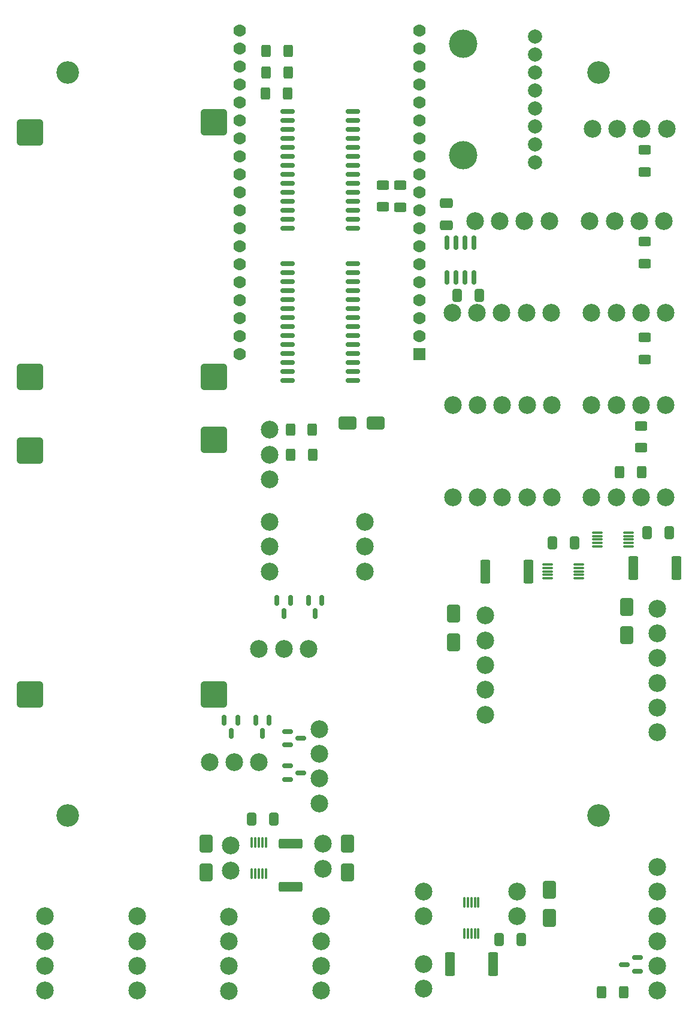
<source format=gbr>
%TF.GenerationSoftware,KiCad,Pcbnew,9.0.6*%
%TF.CreationDate,2025-12-26T11:02:51+01:00*%
%TF.ProjectId,MainBoard,4d61696e-426f-4617-9264-2e6b69636164,rev?*%
%TF.SameCoordinates,Original*%
%TF.FileFunction,Soldermask,Bot*%
%TF.FilePolarity,Negative*%
%FSLAX46Y46*%
G04 Gerber Fmt 4.6, Leading zero omitted, Abs format (unit mm)*
G04 Created by KiCad (PCBNEW 9.0.6) date 2025-12-26 11:02:51*
%MOMM*%
%LPD*%
G01*
G04 APERTURE LIST*
G04 Aperture macros list*
%AMRoundRect*
0 Rectangle with rounded corners*
0 $1 Rounding radius*
0 $2 $3 $4 $5 $6 $7 $8 $9 X,Y pos of 4 corners*
0 Add a 4 corners polygon primitive as box body*
4,1,4,$2,$3,$4,$5,$6,$7,$8,$9,$2,$3,0*
0 Add four circle primitives for the rounded corners*
1,1,$1+$1,$2,$3*
1,1,$1+$1,$4,$5*
1,1,$1+$1,$6,$7*
1,1,$1+$1,$8,$9*
0 Add four rect primitives between the rounded corners*
20,1,$1+$1,$2,$3,$4,$5,0*
20,1,$1+$1,$4,$5,$6,$7,0*
20,1,$1+$1,$6,$7,$8,$9,0*
20,1,$1+$1,$8,$9,$2,$3,0*%
G04 Aperture macros list end*
%ADD10RoundRect,0.250000X-0.400000X-0.625000X0.400000X-0.625000X0.400000X0.625000X-0.400000X0.625000X0*%
%ADD11RoundRect,0.150000X0.587500X0.150000X-0.587500X0.150000X-0.587500X-0.150000X0.587500X-0.150000X0*%
%ADD12C,2.500000*%
%ADD13C,3.200000*%
%ADD14C,4.000000*%
%ADD15C,2.000000*%
%ADD16RoundRect,0.102000X0.780000X0.780000X-0.780000X0.780000X-0.780000X-0.780000X0.780000X-0.780000X0*%
%ADD17C,1.764000*%
%ADD18RoundRect,0.570000X1.330000X-1.330000X1.330000X1.330000X-1.330000X1.330000X-1.330000X-1.330000X0*%
%ADD19RoundRect,0.150000X-0.150000X0.587500X-0.150000X-0.587500X0.150000X-0.587500X0.150000X0.587500X0*%
%ADD20RoundRect,0.250000X-0.625000X0.400000X-0.625000X-0.400000X0.625000X-0.400000X0.625000X0.400000X0*%
%ADD21RoundRect,0.250000X0.625000X-0.400000X0.625000X0.400000X-0.625000X0.400000X-0.625000X-0.400000X0*%
%ADD22RoundRect,0.250000X-0.650000X1.000000X-0.650000X-1.000000X0.650000X-1.000000X0.650000X1.000000X0*%
%ADD23RoundRect,0.249999X0.450001X1.425001X-0.450001X1.425001X-0.450001X-1.425001X0.450001X-1.425001X0*%
%ADD24RoundRect,0.250000X0.400000X0.625000X-0.400000X0.625000X-0.400000X-0.625000X0.400000X-0.625000X0*%
%ADD25RoundRect,0.150000X-0.587500X-0.150000X0.587500X-0.150000X0.587500X0.150000X-0.587500X0.150000X0*%
%ADD26RoundRect,0.250000X-0.412500X-0.650000X0.412500X-0.650000X0.412500X0.650000X-0.412500X0.650000X0*%
%ADD27RoundRect,0.075000X-0.075000X0.650000X-0.075000X-0.650000X0.075000X-0.650000X0.075000X0.650000X0*%
%ADD28RoundRect,0.249999X-1.425001X0.450001X-1.425001X-0.450001X1.425001X-0.450001X1.425001X0.450001X0*%
%ADD29RoundRect,0.250000X0.650000X-0.412500X0.650000X0.412500X-0.650000X0.412500X-0.650000X-0.412500X0*%
%ADD30RoundRect,0.150000X0.875000X0.150000X-0.875000X0.150000X-0.875000X-0.150000X0.875000X-0.150000X0*%
%ADD31RoundRect,0.075000X0.650000X0.075000X-0.650000X0.075000X-0.650000X-0.075000X0.650000X-0.075000X0*%
%ADD32RoundRect,0.250000X1.000000X0.650000X-1.000000X0.650000X-1.000000X-0.650000X1.000000X-0.650000X0*%
%ADD33RoundRect,0.250000X0.412500X0.650000X-0.412500X0.650000X-0.412500X-0.650000X0.412500X-0.650000X0*%
%ADD34RoundRect,0.075000X-0.650000X-0.075000X0.650000X-0.075000X0.650000X0.075000X-0.650000X0.075000X0*%
%ADD35RoundRect,0.249999X-0.450001X-1.425001X0.450001X-1.425001X0.450001X1.425001X-0.450001X1.425001X0*%
%ADD36RoundRect,0.150000X0.150000X-0.825000X0.150000X0.825000X-0.150000X0.825000X-0.150000X-0.825000X0*%
G04 APERTURE END LIST*
D10*
%TO.C,R17*%
X110400000Y-180000000D03*
X113500000Y-180000000D03*
%TD*%
D11*
%TO.C,Q12*%
X115500000Y-175100000D03*
X115500000Y-177000000D03*
X113625000Y-176050000D03*
%TD*%
D12*
%TO.C,J12*%
X62000000Y-131500000D03*
X65500000Y-131500000D03*
X69000000Y-131500000D03*
%TD*%
%TO.C,J16*%
X89300000Y-84000000D03*
X92800000Y-84000000D03*
X96300000Y-84000000D03*
X99800000Y-84000000D03*
X103300000Y-84000000D03*
%TD*%
%TO.C,J11*%
X55000000Y-147500000D03*
X58500000Y-147500000D03*
X62000000Y-147500000D03*
%TD*%
D13*
%TO.C,REF\u002A\u002A*%
X110000000Y-155000000D03*
%TD*%
D12*
%TO.C,J2*%
X57750000Y-179762500D03*
X57750000Y-176262500D03*
X57750000Y-172762500D03*
X57750000Y-169262500D03*
%TD*%
%TO.C,J3*%
X118250000Y-162250000D03*
X118250000Y-165750000D03*
X118250000Y-169250000D03*
X118250000Y-172750000D03*
X118250000Y-176250000D03*
X118250000Y-179750000D03*
%TD*%
D13*
%TO.C,REF\u002A\u002A*%
X35000000Y-50000000D03*
%TD*%
D12*
%TO.C,J25*%
X108750000Y-71000000D03*
X112250000Y-71000000D03*
X115750000Y-71000000D03*
X119250000Y-71000000D03*
%TD*%
%TO.C,J22*%
X63500000Y-107500000D03*
X63500000Y-104000000D03*
X63500000Y-100500000D03*
%TD*%
%TO.C,J24*%
X109100000Y-58000000D03*
X112600000Y-58000000D03*
X116100000Y-58000000D03*
X119600000Y-58000000D03*
%TD*%
%TO.C,J10*%
X58000000Y-162750000D03*
X58000000Y-159250000D03*
%TD*%
%TO.C,J17*%
X94000000Y-126750000D03*
X94000000Y-130250000D03*
X94000000Y-133750000D03*
X94000000Y-137250000D03*
X94000000Y-140750000D03*
%TD*%
%TO.C,J23*%
X89375000Y-110000000D03*
X92875000Y-110000000D03*
X96375000Y-110000000D03*
X99875000Y-110000000D03*
X103375000Y-110000000D03*
%TD*%
%TO.C,J7*%
X44750000Y-179750000D03*
X44750000Y-176250000D03*
X44750000Y-172750000D03*
X44750000Y-169250000D03*
%TD*%
%TO.C,J9*%
X71000000Y-162500000D03*
X71000000Y-159000000D03*
%TD*%
%TO.C,J13*%
X70500000Y-153262500D03*
X70500000Y-149762500D03*
X70500000Y-146262500D03*
X70500000Y-142762500D03*
%TD*%
%TO.C,J5*%
X98500000Y-169250000D03*
X98500000Y-165750000D03*
%TD*%
D13*
%TO.C,REF\u002A\u002A*%
X110000000Y-50000000D03*
%TD*%
D12*
%TO.C,J15*%
X92500000Y-71000000D03*
X96000000Y-71000000D03*
X99500000Y-71000000D03*
X103000000Y-71000000D03*
%TD*%
%TO.C,J27*%
X109000000Y-97000000D03*
X112500000Y-97000000D03*
X116000000Y-97000000D03*
X119500000Y-97000000D03*
%TD*%
%TO.C,J18*%
X118250000Y-125750000D03*
X118250000Y-129250000D03*
X118250000Y-132750000D03*
X118250000Y-136250000D03*
X118250000Y-139750000D03*
X118250000Y-143250000D03*
%TD*%
%TO.C,J19*%
X89375000Y-97000000D03*
X92875000Y-97000000D03*
X96375000Y-97000000D03*
X99875000Y-97000000D03*
X103375000Y-97000000D03*
%TD*%
%TO.C,J8*%
X31750000Y-179750000D03*
X31750000Y-176250000D03*
X31750000Y-172750000D03*
X31750000Y-169250000D03*
%TD*%
%TO.C,J1*%
X70750000Y-179750000D03*
X70750000Y-176250000D03*
X70750000Y-172750000D03*
X70750000Y-169250000D03*
%TD*%
%TO.C,J28*%
X109000000Y-110000000D03*
X112500000Y-110000000D03*
X116000000Y-110000000D03*
X119500000Y-110000000D03*
%TD*%
D14*
%TO.C,J20*%
X90856000Y-61734000D03*
X90856000Y-45986000D03*
D15*
X101016000Y-62750000D03*
X101016000Y-60210000D03*
X101016000Y-57670000D03*
X101016000Y-55130000D03*
X101016000Y-52590000D03*
X101016000Y-50050000D03*
X101016000Y-47510000D03*
X101016000Y-44970000D03*
%TD*%
D16*
%TO.C,U6*%
X84700000Y-89760000D03*
D17*
X84700000Y-87220000D03*
X84700000Y-84680000D03*
X84700000Y-82140000D03*
X84700000Y-79600000D03*
X84700000Y-77060000D03*
X84700000Y-74520000D03*
X84700000Y-71980000D03*
X84700000Y-69440000D03*
X84700000Y-66900000D03*
X84700000Y-64360000D03*
X84700000Y-61820000D03*
X84700000Y-59280000D03*
X84700000Y-56740000D03*
X84700000Y-54200000D03*
X84700000Y-51660000D03*
X84700000Y-49120000D03*
X84700000Y-46580000D03*
X84700000Y-44040000D03*
X59300000Y-89760000D03*
X59300000Y-87220000D03*
X59300000Y-84680000D03*
X59300000Y-82140000D03*
X59300000Y-79600000D03*
X59300000Y-77060000D03*
X59300000Y-74520000D03*
X59300000Y-71980000D03*
X59300000Y-69440000D03*
X59300000Y-66900000D03*
X59300000Y-64360000D03*
X59300000Y-61820000D03*
X59300000Y-59280000D03*
X59300000Y-56740000D03*
X59300000Y-54200000D03*
X59300000Y-51660000D03*
X59300000Y-49120000D03*
X59300000Y-46580000D03*
X59300000Y-44040000D03*
%TD*%
D12*
%TO.C,J6*%
X85250000Y-169250000D03*
X85250000Y-165750000D03*
%TD*%
%TO.C,J14*%
X63500000Y-120500000D03*
X63500000Y-117000000D03*
X63500000Y-113500000D03*
%TD*%
D18*
%TO.C,U4*%
X29650000Y-93000000D03*
X29650000Y-58500000D03*
X55650000Y-93000000D03*
X55650000Y-57000000D03*
%TD*%
%TO.C,U3*%
X29650000Y-137900000D03*
X29650000Y-103400000D03*
X55650000Y-137900000D03*
X55650000Y-101900000D03*
%TD*%
D13*
%TO.C,REF\u002A\u002A*%
X35000000Y-155000000D03*
%TD*%
D12*
%TO.C,J26*%
X109000000Y-84000000D03*
X112500000Y-84000000D03*
X116000000Y-84000000D03*
X119500000Y-84000000D03*
%TD*%
%TO.C,J21*%
X77000000Y-120500000D03*
X77000000Y-117000000D03*
X77000000Y-113500000D03*
%TD*%
%TO.C,J4*%
X85250000Y-179500000D03*
X85250000Y-176000000D03*
%TD*%
D19*
%TO.C,Q5*%
X61550000Y-141562500D03*
X63450000Y-141562500D03*
X62500000Y-143437500D03*
%TD*%
D20*
%TO.C,R6*%
X82000000Y-65950000D03*
X82000000Y-69050000D03*
%TD*%
D10*
%TO.C,R16*%
X112950000Y-106500000D03*
X116050000Y-106500000D03*
%TD*%
D21*
%TO.C,R12*%
X116500000Y-64050000D03*
X116500000Y-60950000D03*
%TD*%
D22*
%TO.C,D2*%
X74500000Y-159000000D03*
X74500000Y-163000000D03*
%TD*%
%TO.C,D3*%
X54500000Y-159000000D03*
X54500000Y-163000000D03*
%TD*%
%TO.C,D8*%
X89500000Y-126500000D03*
X89500000Y-130500000D03*
%TD*%
%TO.C,D1*%
X103000000Y-165500000D03*
X103000000Y-169500000D03*
%TD*%
D23*
%TO.C,R9*%
X121000000Y-120000000D03*
X114900000Y-120000000D03*
%TD*%
D24*
%TO.C,R5*%
X66000000Y-53000000D03*
X62900000Y-53000000D03*
%TD*%
D21*
%TO.C,R14*%
X116500000Y-90550000D03*
X116500000Y-87450000D03*
%TD*%
D25*
%TO.C,Q8*%
X66000000Y-149900000D03*
X66000000Y-148000000D03*
X67875000Y-148950000D03*
%TD*%
D26*
%TO.C,C2*%
X90000000Y-81500000D03*
X93125000Y-81500000D03*
%TD*%
D27*
%TO.C,U5*%
X61000000Y-158800000D03*
X61500000Y-158800000D03*
X62000000Y-158800000D03*
X62500000Y-158800000D03*
X63000000Y-158800000D03*
X63000000Y-163200000D03*
X62500000Y-163200000D03*
X62000000Y-163200000D03*
X61500000Y-163200000D03*
X61000000Y-163200000D03*
%TD*%
D26*
%TO.C,C4*%
X60937500Y-155500000D03*
X64062500Y-155500000D03*
%TD*%
D22*
%TO.C,D9*%
X114000000Y-125500000D03*
X114000000Y-129500000D03*
%TD*%
D19*
%TO.C,Q6*%
X64550000Y-124625000D03*
X66450000Y-124625000D03*
X65500000Y-126500000D03*
%TD*%
D28*
%TO.C,R2*%
X66500000Y-158950000D03*
X66500000Y-165050000D03*
%TD*%
D21*
%TO.C,R13*%
X116500000Y-77000000D03*
X116500000Y-73900000D03*
%TD*%
D29*
%TO.C,C1*%
X88500000Y-71562500D03*
X88500000Y-68437500D03*
%TD*%
D24*
%TO.C,R3*%
X66100000Y-47000000D03*
X63000000Y-47000000D03*
%TD*%
D21*
%TO.C,R15*%
X116000000Y-103050000D03*
X116000000Y-99950000D03*
%TD*%
D30*
%TO.C,U8*%
X75300000Y-55530000D03*
X75300000Y-56800000D03*
X75300000Y-58070000D03*
X75300000Y-59340000D03*
X75300000Y-60610000D03*
X75300000Y-61880000D03*
X75300000Y-63150000D03*
X75300000Y-64420000D03*
X75300000Y-65690000D03*
X75300000Y-66960000D03*
X75300000Y-68230000D03*
X75300000Y-69500000D03*
X75300000Y-70770000D03*
X75300000Y-72040000D03*
X66000000Y-72040000D03*
X66000000Y-70770000D03*
X66000000Y-69500000D03*
X66000000Y-68230000D03*
X66000000Y-66960000D03*
X66000000Y-65690000D03*
X66000000Y-64420000D03*
X66000000Y-63150000D03*
X66000000Y-61880000D03*
X66000000Y-60610000D03*
X66000000Y-59340000D03*
X66000000Y-58070000D03*
X66000000Y-56800000D03*
X66000000Y-55530000D03*
%TD*%
D24*
%TO.C,R4*%
X66100000Y-50000000D03*
X63000000Y-50000000D03*
%TD*%
D30*
%TO.C,U7*%
X75300000Y-77030000D03*
X75300000Y-78300000D03*
X75300000Y-79570000D03*
X75300000Y-80840000D03*
X75300000Y-82110000D03*
X75300000Y-83380000D03*
X75300000Y-84650000D03*
X75300000Y-85920000D03*
X75300000Y-87190000D03*
X75300000Y-88460000D03*
X75300000Y-89730000D03*
X75300000Y-91000000D03*
X75300000Y-92270000D03*
X75300000Y-93540000D03*
X66000000Y-93540000D03*
X66000000Y-92270000D03*
X66000000Y-91000000D03*
X66000000Y-89730000D03*
X66000000Y-88460000D03*
X66000000Y-87190000D03*
X66000000Y-85920000D03*
X66000000Y-84650000D03*
X66000000Y-83380000D03*
X66000000Y-82110000D03*
X66000000Y-80840000D03*
X66000000Y-79570000D03*
X66000000Y-78300000D03*
X66000000Y-77030000D03*
%TD*%
D26*
%TO.C,C6*%
X116875000Y-115000000D03*
X120000000Y-115000000D03*
%TD*%
D19*
%TO.C,Q4*%
X57100000Y-141562500D03*
X59000000Y-141562500D03*
X58050000Y-143437500D03*
%TD*%
D31*
%TO.C,U9*%
X107200000Y-119500000D03*
X107200000Y-120000000D03*
X107200000Y-120500000D03*
X107200000Y-121000000D03*
X107200000Y-121500000D03*
X102800000Y-121500000D03*
X102800000Y-121000000D03*
X102800000Y-120500000D03*
X102800000Y-120000000D03*
X102800000Y-119500000D03*
%TD*%
D26*
%TO.C,C3*%
X95937500Y-172500000D03*
X99062500Y-172500000D03*
%TD*%
D32*
%TO.C,D4*%
X78500000Y-99500000D03*
X74500000Y-99500000D03*
%TD*%
D27*
%TO.C,U2*%
X91000000Y-167300000D03*
X91500000Y-167300000D03*
X92000000Y-167300000D03*
X92500000Y-167300000D03*
X93000000Y-167300000D03*
X93000000Y-171700000D03*
X92500000Y-171700000D03*
X92000000Y-171700000D03*
X91500000Y-171700000D03*
X91000000Y-171700000D03*
%TD*%
D19*
%TO.C,Q7*%
X69000000Y-124625000D03*
X70900000Y-124625000D03*
X69950000Y-126500000D03*
%TD*%
D10*
%TO.C,R10*%
X66500000Y-104000000D03*
X69600000Y-104000000D03*
%TD*%
D33*
%TO.C,C5*%
X106625000Y-116500000D03*
X103500000Y-116500000D03*
%TD*%
D24*
%TO.C,R11*%
X69550000Y-100500000D03*
X66450000Y-100500000D03*
%TD*%
D25*
%TO.C,Q9*%
X66000000Y-145000000D03*
X66000000Y-143100000D03*
X67875000Y-144050000D03*
%TD*%
D20*
%TO.C,R7*%
X79500000Y-65900000D03*
X79500000Y-69000000D03*
%TD*%
D34*
%TO.C,U10*%
X109800000Y-117000000D03*
X109800000Y-116500000D03*
X109800000Y-116000000D03*
X109800000Y-115500000D03*
X109800000Y-115000000D03*
X114200000Y-115000000D03*
X114200000Y-115500000D03*
X114200000Y-116000000D03*
X114200000Y-116500000D03*
X114200000Y-117000000D03*
%TD*%
D35*
%TO.C,R1*%
X88950000Y-176000000D03*
X95050000Y-176000000D03*
%TD*%
D36*
%TO.C,U1*%
X92405000Y-78975000D03*
X91135000Y-78975000D03*
X89865000Y-78975000D03*
X88595000Y-78975000D03*
X88595000Y-74025000D03*
X89865000Y-74025000D03*
X91135000Y-74025000D03*
X92405000Y-74025000D03*
%TD*%
D35*
%TO.C,R8*%
X93950000Y-120500000D03*
X100050000Y-120500000D03*
%TD*%
M02*

</source>
